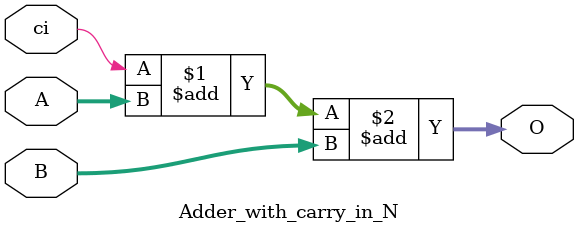
<source format=sv>
module Adder_with_carry_in_N #(parameter N=4)
(
	input ci,
	input [N-1:0] A,
	input [N-1:0] B,

	output [N-1:0] O
);
	assign O = ci + A + B;

endmodule

</source>
